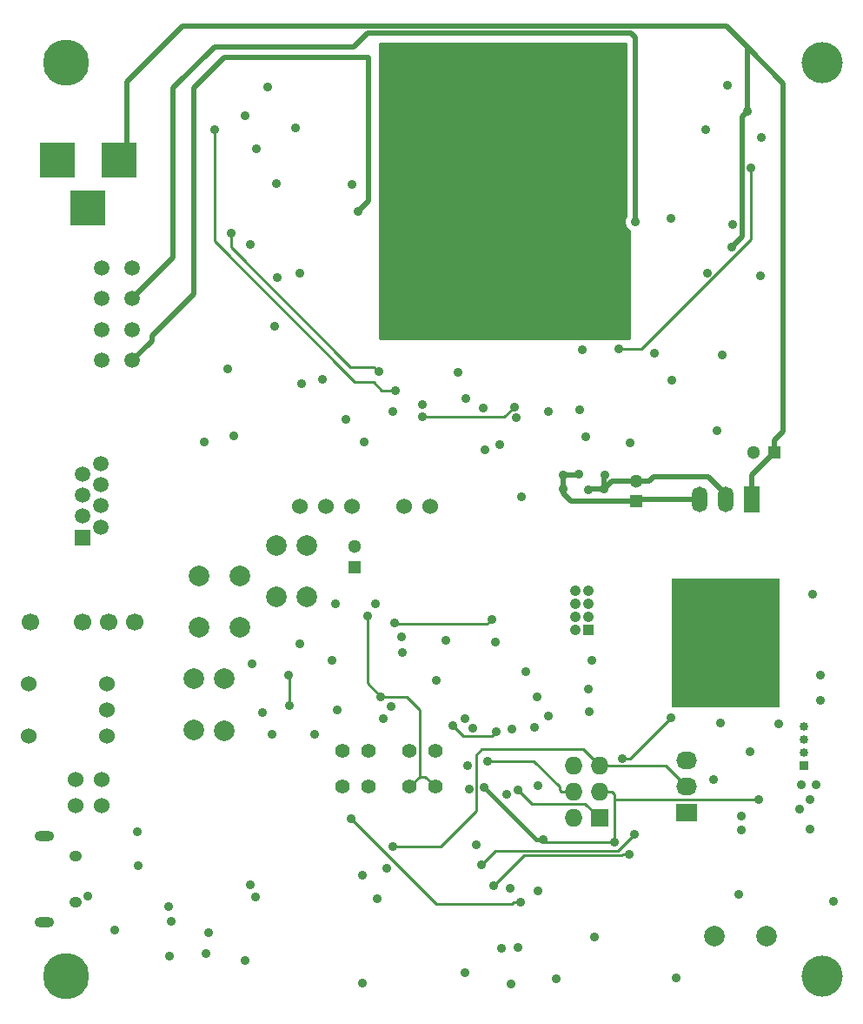
<source format=gbl>
G04 #@! TF.FileFunction,Copper,L4,Bot,Signal*
%FSLAX46Y46*%
G04 Gerber Fmt 4.6, Leading zero omitted, Abs format (unit mm)*
G04 Created by KiCad (PCBNEW 4.0.4-stable) date 11/30/16 20:12:39*
%MOMM*%
%LPD*%
G01*
G04 APERTURE LIST*
%ADD10C,0.150000*%
%ADD11R,1.300000X1.300000*%
%ADD12C,1.300000*%
%ADD13R,3.500120X3.500120*%
%ADD14C,1.524000*%
%ADD15R,1.727200X1.727200*%
%ADD16O,1.727200X1.727200*%
%ADD17O,1.900000X1.000000*%
%ADD18O,1.250000X1.050000*%
%ADD19R,10.500000X12.500000*%
%ADD20O,1.501140X2.499360*%
%ADD21R,1.501140X2.499360*%
%ADD22C,5.080000*%
%ADD23R,0.850000X0.850000*%
%ADD24C,0.850000*%
%ADD25R,2.032000X1.727200*%
%ADD26O,2.032000X1.727200*%
%ADD27C,1.998980*%
%ADD28C,1.500000*%
%ADD29C,1.400000*%
%ADD30C,4.500000*%
%ADD31R,1.500000X1.500000*%
%ADD32C,4.000000*%
%ADD33R,1.050000X1.050000*%
%ADD34C,1.050000*%
%ADD35C,1.700000*%
%ADD36C,0.889000*%
%ADD37C,0.500000*%
%ADD38C,0.254000*%
%ADD39C,0.400000*%
G04 APERTURE END LIST*
D10*
D11*
X224090000Y-83230000D03*
D12*
X224090000Y-81230000D03*
D13*
X173700140Y-50000000D03*
X167700660Y-50000000D03*
X170700400Y-54699000D03*
D14*
X204000000Y-83730000D03*
X201460000Y-83730000D03*
X196380000Y-83730000D03*
X193840000Y-83730000D03*
X191300000Y-83730000D03*
X169440000Y-110280000D03*
X169440000Y-112820000D03*
X171980000Y-110280000D03*
X171980000Y-112820000D03*
D15*
X220540000Y-114040000D03*
D16*
X218000000Y-114040000D03*
X220540000Y-111500000D03*
X218000000Y-111500000D03*
X220540000Y-108960000D03*
X218000000Y-108960000D03*
D17*
X166450000Y-115825000D03*
X166450000Y-124175000D03*
D18*
X169450000Y-117775000D03*
X169450000Y-122225000D03*
D19*
X232800000Y-96964000D03*
D20*
X232800000Y-83000000D03*
D21*
X235340000Y-83000000D03*
D20*
X230260000Y-83000000D03*
D22*
X232800000Y-99750000D03*
D14*
X164880000Y-100960000D03*
X164880000Y-106040000D03*
X172500000Y-106040000D03*
X172500000Y-103500000D03*
X172500000Y-100960000D03*
D23*
X240400000Y-108900000D03*
D24*
X240400000Y-107650000D03*
X240400000Y-106400000D03*
X240400000Y-105150000D03*
D25*
X229000000Y-113500000D03*
D26*
X229000000Y-110960000D03*
X229000000Y-108420000D03*
D27*
X181000000Y-105499360D03*
X181000000Y-100498100D03*
X189000000Y-92499360D03*
X189000000Y-87498100D03*
X184000000Y-100500640D03*
X184000000Y-105501900D03*
X192000000Y-92499360D03*
X192000000Y-87498100D03*
X185500000Y-90500640D03*
X185500000Y-95501900D03*
X181500000Y-90500640D03*
X181500000Y-95501900D03*
D28*
X175000000Y-69500000D03*
X172000000Y-69500000D03*
X172000000Y-66500000D03*
X175000000Y-66500000D03*
X175000000Y-63500000D03*
X172000000Y-63500000D03*
X175000000Y-60500000D03*
X172000000Y-60500000D03*
D29*
X195500000Y-111000000D03*
X198040000Y-111000000D03*
X195500000Y-107500000D03*
X198040000Y-107500000D03*
X202000000Y-107500000D03*
X204540000Y-107500000D03*
X202000000Y-111000000D03*
X204540000Y-111000000D03*
D30*
X168570000Y-129450000D03*
X168570000Y-40550000D03*
D31*
X170140000Y-86710000D03*
D28*
X171920000Y-85690000D03*
X170140000Y-84670000D03*
X171920000Y-83650000D03*
X170140000Y-82630000D03*
X171920000Y-81610000D03*
X170140000Y-80590000D03*
X171920000Y-79570000D03*
D32*
X242240000Y-129450000D03*
X242240000Y-40550000D03*
D33*
X219400000Y-95700000D03*
D34*
X219400000Y-94430000D03*
X219400000Y-93160000D03*
X219400000Y-91890000D03*
X218130000Y-94430000D03*
X218130000Y-93160000D03*
X218130000Y-91890000D03*
X218130000Y-95700000D03*
D11*
X237550000Y-78450000D03*
D12*
X235550000Y-78450000D03*
D11*
X196700000Y-89600000D03*
D12*
X196700000Y-87600000D03*
D27*
X236749360Y-125500000D03*
X231748100Y-125500000D03*
D35*
X165100000Y-95000000D03*
X170180000Y-95000000D03*
X172720000Y-95000000D03*
X175260000Y-95000000D03*
D36*
X197000000Y-55000000D03*
X189100000Y-61400000D03*
X187100000Y-48900000D03*
X233400000Y-58500000D03*
X234900000Y-45300000D03*
X218460000Y-80580000D03*
X216940000Y-80690000D03*
X217000000Y-82030000D03*
X235200000Y-107600000D03*
X211864465Y-130201480D03*
X218600000Y-74300000D03*
X195800000Y-75200000D03*
X212371512Y-75101827D03*
X209200000Y-74100000D03*
X207500000Y-73200000D03*
X227579000Y-71450000D03*
X184900000Y-76800000D03*
X211500000Y-111700000D03*
X207700000Y-108900000D03*
X214500000Y-121100000D03*
X197400000Y-119600000D03*
X199800000Y-118900000D03*
X234300000Y-113800000D03*
X221030000Y-80630000D03*
X219410000Y-82070000D03*
X220980000Y-82000000D03*
X241250000Y-92250000D03*
X234100000Y-121500000D03*
X231600000Y-110300000D03*
X238000000Y-104900000D03*
X232300000Y-104800000D03*
X236300000Y-47800000D03*
X207400000Y-129100000D03*
X232500000Y-69000000D03*
X233495837Y-56287027D03*
X209400000Y-78231447D03*
X212900000Y-82800000D03*
X228000000Y-129612458D03*
X215000000Y-42500000D03*
X215000000Y-45000000D03*
X215000000Y-47500000D03*
X215000000Y-50000000D03*
X217500000Y-42500000D03*
X217500000Y-45000000D03*
X217500000Y-47500000D03*
X217500000Y-50000000D03*
X220000000Y-45000000D03*
X220000000Y-42500000D03*
X220000000Y-47500000D03*
X220000000Y-50000000D03*
X220000000Y-65000000D03*
X220000000Y-62500000D03*
X220000000Y-57500000D03*
X220000000Y-60000000D03*
X217500000Y-65000000D03*
X217500000Y-62500000D03*
X217500000Y-60000000D03*
X217500000Y-57500000D03*
X215000000Y-65000000D03*
X215000000Y-62500000D03*
X215000000Y-60000000D03*
X215000000Y-57500000D03*
X202500000Y-57500000D03*
X202500000Y-60000000D03*
X202500000Y-62500000D03*
X202500000Y-65000000D03*
X205000000Y-57500000D03*
X205000000Y-60000000D03*
X205000000Y-62500000D03*
X205000000Y-65000000D03*
X207500000Y-60000000D03*
X207500000Y-57500000D03*
X207500000Y-62500000D03*
X207500000Y-65000000D03*
X207500000Y-50000000D03*
X207500000Y-47500000D03*
X207500000Y-42500000D03*
X207500000Y-45000000D03*
X205000000Y-50000000D03*
X205000000Y-47500000D03*
X205000000Y-45000000D03*
X205000000Y-42500000D03*
X202500000Y-50000000D03*
X202500000Y-47500000D03*
X202500000Y-45000000D03*
X202500000Y-42500000D03*
X231000000Y-61000000D03*
X188200000Y-42900000D03*
X191300000Y-61000000D03*
X230900000Y-47000000D03*
X218800000Y-68500000D03*
X219200000Y-76900000D03*
X223458932Y-77512460D03*
X215500000Y-74500000D03*
X220013846Y-125598520D03*
X206700000Y-70700000D03*
X210800000Y-77700000D03*
X225900000Y-68800000D03*
X227500000Y-55700000D03*
X236200000Y-61300000D03*
X233000000Y-42700000D03*
X186500000Y-58200000D03*
X186000000Y-45700000D03*
X190900000Y-46900000D03*
X197600000Y-77400000D03*
X193500000Y-71300000D03*
X203300000Y-73800000D03*
X200400000Y-74500000D03*
X189000000Y-52300000D03*
X196400000Y-52400000D03*
X188900000Y-66200000D03*
X184300000Y-70300000D03*
X182000000Y-77400000D03*
X191500000Y-71800000D03*
X232000000Y-76300000D03*
X214500000Y-110900000D03*
X207800000Y-111200000D03*
X208500000Y-116600000D03*
X216300000Y-129700000D03*
X212600000Y-126600000D03*
X211000000Y-126700000D03*
X211800000Y-120900000D03*
X198900000Y-121900000D03*
X197400000Y-130100000D03*
X234300000Y-115200000D03*
X200194000Y-103198000D03*
X173300000Y-124900000D03*
X178518239Y-122607338D03*
X186000000Y-127900000D03*
X187000000Y-121700000D03*
X182400000Y-125200000D03*
X178600000Y-127500000D03*
X178800000Y-124100000D03*
X175600000Y-118700000D03*
X175500000Y-115400000D03*
X170663421Y-121630882D03*
X182200000Y-127200000D03*
X186500000Y-120500000D03*
X222750000Y-108250000D03*
X227500000Y-104250000D03*
X224000000Y-56000000D03*
X183000000Y-47000000D03*
X200600000Y-72400000D03*
X184600000Y-57100000D03*
X199000000Y-70600000D03*
X241000000Y-112200000D03*
X241600000Y-110800000D03*
X242000000Y-102600000D03*
X219400000Y-101500000D03*
X207443928Y-104356072D03*
X212000000Y-105400000D03*
X201250000Y-96400000D03*
X199454021Y-104381085D03*
X192800000Y-105900000D03*
X194450000Y-98675000D03*
X219800000Y-98700000D03*
X186700000Y-99000000D03*
X208200000Y-105300000D03*
X214200000Y-105200000D03*
X219500000Y-103700000D03*
X215500000Y-104100000D03*
X204600000Y-100600000D03*
X205531072Y-96768928D03*
X201350000Y-97950000D03*
X198700000Y-93200000D03*
X194800000Y-93200000D03*
X191300000Y-97100000D03*
X195000000Y-103500000D03*
X187700000Y-103800000D03*
X188600000Y-105900000D03*
X210362800Y-96901000D03*
X214450000Y-102250000D03*
X213360000Y-99822000D03*
X210000000Y-94700000D03*
X200582281Y-95034824D03*
X200400000Y-116800000D03*
X190200000Y-100100000D03*
X190300000Y-103100000D03*
X203300000Y-75000000D03*
X212204113Y-74004113D03*
X209600000Y-108500000D03*
X212600000Y-111300000D03*
X236000000Y-112200000D03*
X222007717Y-116337406D03*
X209273308Y-111042739D03*
X215000000Y-116100000D03*
X223377439Y-117577439D03*
X210216752Y-120590427D03*
X223893469Y-115656958D03*
X209000000Y-118600000D03*
X210498520Y-105606778D03*
X206200000Y-105000000D03*
X197900000Y-94400000D03*
X199200000Y-102200000D03*
X196300000Y-114100000D03*
X212800000Y-122200000D03*
X235300000Y-50800000D03*
X222400000Y-68400000D03*
X240000000Y-113200000D03*
X240200000Y-110800000D03*
X243300000Y-122100000D03*
X241000000Y-115100000D03*
X242000000Y-100100000D03*
D37*
X178600000Y-65400000D02*
X176900000Y-67100000D01*
X197000000Y-55000000D02*
X198000000Y-54000000D01*
X198000000Y-54000000D02*
X198000000Y-40000000D01*
X198000000Y-40000000D02*
X184000000Y-40000000D01*
X184000000Y-40000000D02*
X181000000Y-43000000D01*
X181000000Y-43000000D02*
X181000000Y-63000000D01*
X178600000Y-65400000D02*
X181000000Y-63000000D01*
X176900000Y-67600000D02*
X175000000Y-69500000D01*
X176900000Y-67100000D02*
X176900000Y-67600000D01*
X235340000Y-83000000D02*
X235340000Y-80660000D01*
X235340000Y-80660000D02*
X237550000Y-78450000D01*
X237550000Y-77300000D02*
X237550000Y-78450000D01*
X238412186Y-76437814D02*
X237550000Y-77300000D01*
X238412186Y-42512186D02*
X238412186Y-76437814D01*
X234900000Y-39000000D02*
X238412186Y-42512186D01*
X179900000Y-37000000D02*
X174500000Y-42400000D01*
X174500000Y-42400000D02*
X174500000Y-49200140D01*
X174500000Y-49200140D02*
X173700140Y-50000000D01*
X234900000Y-39100000D02*
X234900000Y-39000000D01*
X234900000Y-39000000D02*
X232900000Y-37000000D01*
X234900000Y-45300000D02*
X234900000Y-39100000D01*
X179900000Y-37000000D02*
X232900000Y-37000000D01*
X234455501Y-57444499D02*
X233400000Y-58500000D01*
X234455501Y-45744499D02*
X234455501Y-57444499D01*
X234900000Y-45300000D02*
X234455501Y-45744499D01*
X216940000Y-80690000D02*
X218350000Y-80690000D01*
X218350000Y-80690000D02*
X218460000Y-80580000D01*
X217000000Y-82030000D02*
X217000000Y-80750000D01*
X217000000Y-80750000D02*
X216940000Y-80690000D01*
X217760000Y-83180000D02*
X217000000Y-82420000D01*
X217000000Y-82420000D02*
X217000000Y-82030000D01*
X222890000Y-83180000D02*
X217760000Y-83180000D01*
X224090000Y-83230000D02*
X222940000Y-83230000D01*
X222940000Y-83230000D02*
X222890000Y-83180000D01*
X230260000Y-83000000D02*
X224320000Y-83000000D01*
X224320000Y-83000000D02*
X224090000Y-83230000D01*
X220980000Y-82000000D02*
X220980000Y-80680000D01*
X220980000Y-80680000D02*
X221030000Y-80630000D01*
X220980000Y-82000000D02*
X219480000Y-82000000D01*
X219480000Y-82000000D02*
X219410000Y-82070000D01*
X224090000Y-81230000D02*
X221750000Y-81230000D01*
X221750000Y-81230000D02*
X220980000Y-82000000D01*
X225750000Y-80810000D02*
X225330000Y-81230000D01*
X225330000Y-81230000D02*
X224090000Y-81230000D01*
X231109110Y-80810000D02*
X225750000Y-80810000D01*
X232800000Y-83000000D02*
X232800000Y-82500890D01*
X232800000Y-82500890D02*
X231109110Y-80810000D01*
X232800000Y-83000000D02*
X232800000Y-83630000D01*
D38*
X200274000Y-103278000D02*
X200194000Y-103198000D01*
X227500000Y-104250000D02*
X223500000Y-108250000D01*
X223500000Y-108250000D02*
X222750000Y-108250000D01*
D37*
X179000000Y-51900000D02*
X179000000Y-59500000D01*
X179000000Y-59500000D02*
X175000000Y-63500000D01*
X179000000Y-43000000D02*
X179000000Y-51900000D01*
X179000000Y-51900000D02*
X179000000Y-51960660D01*
X183000000Y-39000000D02*
X179000000Y-43000000D01*
X196607616Y-39000000D02*
X183000000Y-39000000D01*
X197938626Y-37668990D02*
X196607616Y-39000000D01*
X223581768Y-37668990D02*
X197938626Y-37668990D01*
X224000000Y-38087222D02*
X223581768Y-37668990D01*
X224000000Y-56000000D02*
X224000000Y-38087222D01*
D38*
X196700000Y-71600000D02*
X196355501Y-71255501D01*
X199300000Y-72400000D02*
X198500000Y-71600000D01*
X198500000Y-71600000D02*
X196700000Y-71600000D01*
X196355501Y-71255501D02*
X183000000Y-57900000D01*
X183000000Y-57900000D02*
X183000000Y-47000000D01*
X200600000Y-72400000D02*
X199300000Y-72400000D01*
X196255501Y-70155501D02*
X184600000Y-58500000D01*
X184600000Y-58500000D02*
X184600000Y-57100000D01*
X199000000Y-70600000D02*
X198555501Y-70155501D01*
X198555501Y-70155501D02*
X196255501Y-70155501D01*
X200582281Y-95034824D02*
X200697457Y-95150000D01*
X200697457Y-95150000D02*
X209550000Y-95150000D01*
X209550000Y-95150000D02*
X210000000Y-94700000D01*
X222960000Y-108960000D02*
X227000000Y-108960000D01*
X220540000Y-108960000D02*
X222960000Y-108960000D01*
X227000000Y-108960000D02*
X229000000Y-110960000D01*
X205000000Y-116800000D02*
X200400000Y-116800000D01*
X220540000Y-108960000D02*
X218922399Y-107342399D01*
X208500000Y-107900000D02*
X208500000Y-113300000D01*
X218922399Y-107342399D02*
X209057601Y-107342399D01*
X209057601Y-107342399D02*
X208500000Y-107900000D01*
X208500000Y-113300000D02*
X205000000Y-116800000D01*
X190300000Y-103100000D02*
X190300000Y-100200000D01*
X190300000Y-100200000D02*
X190200000Y-100100000D01*
X218000000Y-111500000D02*
X216778686Y-111500000D01*
X216778686Y-111500000D02*
X216600000Y-111321314D01*
X216600000Y-111321314D02*
X216600000Y-111000000D01*
X212204113Y-74004113D02*
X211208226Y-75000000D01*
X211208226Y-75000000D02*
X203300000Y-75000000D01*
X210228617Y-108500000D02*
X209600000Y-108500000D01*
X214100000Y-108500000D02*
X210228617Y-108500000D01*
X216600000Y-111000000D02*
X214100000Y-108500000D01*
X219117601Y-112617601D02*
X220540000Y-114040000D01*
X212600000Y-111300000D02*
X213917601Y-112617601D01*
X213917601Y-112617601D02*
X219117601Y-112617601D01*
X236000000Y-112200000D02*
X226300000Y-112200000D01*
X226300000Y-112200000D02*
X222007717Y-112200000D01*
X222007717Y-112200000D02*
X222100000Y-112292283D01*
X222100000Y-112292283D02*
X222100000Y-112300000D01*
X222100000Y-112300000D02*
X222007717Y-112300000D01*
X220540000Y-111500000D02*
X221761314Y-111500000D01*
X221761314Y-111500000D02*
X222007717Y-111746403D01*
X222007717Y-111746403D02*
X222007717Y-112300000D01*
X222007717Y-112300000D02*
X222007717Y-113200000D01*
X222007717Y-113200000D02*
X222007717Y-116337406D01*
X222007717Y-116337406D02*
X215237406Y-116337406D01*
X215237406Y-116337406D02*
X215000000Y-116100000D01*
D39*
X209717807Y-111487238D02*
X209273308Y-111042739D01*
X214330569Y-116100000D02*
X209717807Y-111487238D01*
X215000000Y-116100000D02*
X214330569Y-116100000D01*
D38*
X222748822Y-117577439D02*
X223377439Y-117577439D01*
X213179740Y-117627439D02*
X222698822Y-117627439D01*
X210216752Y-120590427D02*
X213179740Y-117627439D01*
X222698822Y-117627439D02*
X222748822Y-117577439D01*
X209000000Y-118600000D02*
X210378367Y-117221633D01*
X223448970Y-116101457D02*
X223893469Y-115656958D01*
X210378367Y-117221633D02*
X222328794Y-117221633D01*
X222328794Y-117221633D02*
X223448970Y-116101457D01*
X210054021Y-106051277D02*
X210498520Y-105606778D01*
X207251277Y-106051277D02*
X210054021Y-106051277D01*
X206200000Y-105000000D02*
X207251277Y-106051277D01*
X203000000Y-110000000D02*
X203540000Y-110000000D01*
X203540000Y-110000000D02*
X204540000Y-111000000D01*
X203000000Y-103500000D02*
X203000000Y-110000000D01*
X203000000Y-110000000D02*
X202000000Y-111000000D01*
X201700000Y-102200000D02*
X203000000Y-103500000D01*
X199200000Y-102200000D02*
X201700000Y-102200000D01*
X197900000Y-100900000D02*
X197900000Y-94400000D01*
X199200000Y-102200000D02*
X197900000Y-100900000D01*
X211971383Y-122400000D02*
X204600000Y-122400000D01*
X204600000Y-122400000D02*
X196300000Y-114100000D01*
X212800000Y-122200000D02*
X212171383Y-122200000D01*
X212171383Y-122200000D02*
X211971383Y-122400000D01*
X235300000Y-57733782D02*
X235300000Y-51428617D01*
X235300000Y-51428617D02*
X235300000Y-50800000D01*
X224633782Y-68400000D02*
X235300000Y-57733782D01*
X222400000Y-68400000D02*
X224633782Y-68400000D01*
G36*
X223115000Y-55358144D02*
X223085378Y-55387714D01*
X222920687Y-55784332D01*
X222920313Y-56213784D01*
X223084311Y-56610689D01*
X223373000Y-56899882D01*
X223373000Y-67373000D01*
X222741651Y-67373000D01*
X222615668Y-67320687D01*
X222186216Y-67320313D01*
X222058704Y-67373000D01*
X199127000Y-67373000D01*
X199127000Y-38627000D01*
X223115000Y-38627000D01*
X223115000Y-55358144D01*
X223115000Y-55358144D01*
G37*
X223115000Y-55358144D02*
X223085378Y-55387714D01*
X222920687Y-55784332D01*
X222920313Y-56213784D01*
X223084311Y-56610689D01*
X223373000Y-56899882D01*
X223373000Y-67373000D01*
X222741651Y-67373000D01*
X222615668Y-67320687D01*
X222186216Y-67320313D01*
X222058704Y-67373000D01*
X199127000Y-67373000D01*
X199127000Y-38627000D01*
X223115000Y-38627000D01*
X223115000Y-55358144D01*
M02*

</source>
